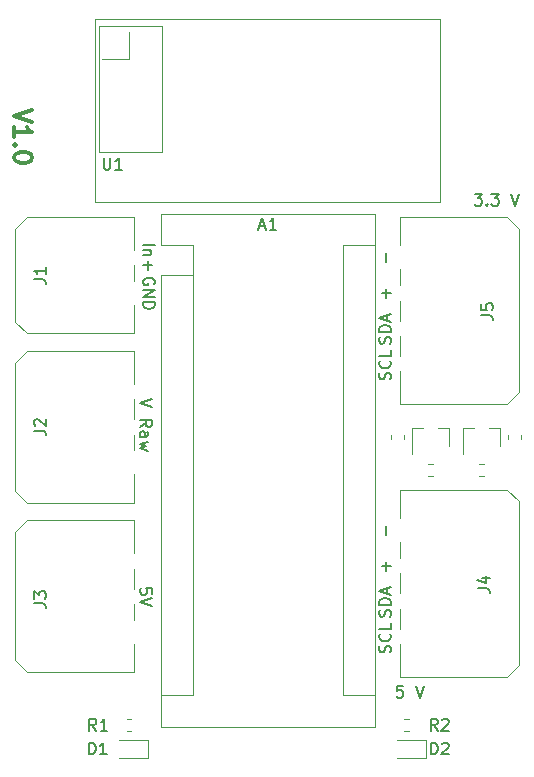
<source format=gbr>
G04 #@! TF.GenerationSoftware,KiCad,Pcbnew,(5.1.5)-3*
G04 #@! TF.CreationDate,2020-05-08T00:45:14-06:00*
G04 #@! TF.ProjectId,vibration,76696272-6174-4696-9f6e-2e6b69636164,rev?*
G04 #@! TF.SameCoordinates,Original*
G04 #@! TF.FileFunction,Legend,Top*
G04 #@! TF.FilePolarity,Positive*
%FSLAX46Y46*%
G04 Gerber Fmt 4.6, Leading zero omitted, Abs format (unit mm)*
G04 Created by KiCad (PCBNEW (5.1.5)-3) date 2020-05-08 00:45:14*
%MOMM*%
%LPD*%
G04 APERTURE LIST*
%ADD10C,0.300000*%
%ADD11C,0.150000*%
%ADD12C,0.120000*%
G04 APERTURE END LIST*
D10*
X62543428Y-94234285D02*
X61043428Y-94734285D01*
X62543428Y-95234285D01*
X61043428Y-96520000D02*
X61043428Y-95662857D01*
X61043428Y-96091428D02*
X62543428Y-96091428D01*
X62329142Y-95948571D01*
X62186285Y-95805714D01*
X62114857Y-95662857D01*
X61186285Y-97162857D02*
X61114857Y-97234285D01*
X61043428Y-97162857D01*
X61114857Y-97091428D01*
X61186285Y-97162857D01*
X61043428Y-97162857D01*
X62543428Y-98162857D02*
X62543428Y-98305714D01*
X62472000Y-98448571D01*
X62400571Y-98520000D01*
X62257714Y-98591428D01*
X61972000Y-98662857D01*
X61614857Y-98662857D01*
X61329142Y-98591428D01*
X61186285Y-98520000D01*
X61114857Y-98448571D01*
X61043428Y-98305714D01*
X61043428Y-98162857D01*
X61114857Y-98020000D01*
X61186285Y-97948571D01*
X61329142Y-97877142D01*
X61614857Y-97805714D01*
X61972000Y-97805714D01*
X62257714Y-97877142D01*
X62400571Y-97948571D01*
X62472000Y-98020000D01*
X62543428Y-98162857D01*
D11*
X72890000Y-108966095D02*
X72937619Y-108870857D01*
X72937619Y-108728000D01*
X72890000Y-108585142D01*
X72794761Y-108489904D01*
X72699523Y-108442285D01*
X72509047Y-108394666D01*
X72366190Y-108394666D01*
X72175714Y-108442285D01*
X72080476Y-108489904D01*
X71985238Y-108585142D01*
X71937619Y-108728000D01*
X71937619Y-108823238D01*
X71985238Y-108966095D01*
X72032857Y-109013714D01*
X72366190Y-109013714D01*
X72366190Y-108823238D01*
X71937619Y-109442285D02*
X72937619Y-109442285D01*
X71937619Y-110013714D01*
X72937619Y-110013714D01*
X71937619Y-110489904D02*
X72937619Y-110489904D01*
X72937619Y-110728000D01*
X72890000Y-110870857D01*
X72794761Y-110966095D01*
X72699523Y-111013714D01*
X72509047Y-111061333D01*
X72366190Y-111061333D01*
X72175714Y-111013714D01*
X72080476Y-110966095D01*
X71985238Y-110870857D01*
X71937619Y-110728000D01*
X71937619Y-110489904D01*
X71937619Y-105608571D02*
X72937619Y-105608571D01*
X72604285Y-106084761D02*
X71937619Y-106084761D01*
X72509047Y-106084761D02*
X72556666Y-106132380D01*
X72604285Y-106227619D01*
X72604285Y-106370476D01*
X72556666Y-106465714D01*
X72461428Y-106513333D01*
X71937619Y-106513333D01*
X72318571Y-106989523D02*
X72318571Y-107751428D01*
X71937619Y-107370476D02*
X72699523Y-107370476D01*
X72683619Y-118713523D02*
X71683619Y-119046857D01*
X72683619Y-119380190D01*
X71683619Y-121046857D02*
X72159809Y-120713523D01*
X71683619Y-120475428D02*
X72683619Y-120475428D01*
X72683619Y-120856380D01*
X72636000Y-120951619D01*
X72588380Y-120999238D01*
X72493142Y-121046857D01*
X72350285Y-121046857D01*
X72255047Y-120999238D01*
X72207428Y-120951619D01*
X72159809Y-120856380D01*
X72159809Y-120475428D01*
X71683619Y-121904000D02*
X72207428Y-121904000D01*
X72302666Y-121856380D01*
X72350285Y-121761142D01*
X72350285Y-121570666D01*
X72302666Y-121475428D01*
X71731238Y-121904000D02*
X71683619Y-121808761D01*
X71683619Y-121570666D01*
X71731238Y-121475428D01*
X71826476Y-121427809D01*
X71921714Y-121427809D01*
X72016952Y-121475428D01*
X72064571Y-121570666D01*
X72064571Y-121808761D01*
X72112190Y-121904000D01*
X72350285Y-122284952D02*
X71683619Y-122475428D01*
X72159809Y-122665904D01*
X71683619Y-122856380D01*
X72350285Y-123046857D01*
X72683619Y-135191523D02*
X72683619Y-134715333D01*
X72207428Y-134667714D01*
X72255047Y-134715333D01*
X72302666Y-134810571D01*
X72302666Y-135048666D01*
X72255047Y-135143904D01*
X72207428Y-135191523D01*
X72112190Y-135239142D01*
X71874095Y-135239142D01*
X71778857Y-135191523D01*
X71731238Y-135143904D01*
X71683619Y-135048666D01*
X71683619Y-134810571D01*
X71731238Y-134715333D01*
X71778857Y-134667714D01*
X72683619Y-135524857D02*
X71683619Y-135858190D01*
X72683619Y-136191523D01*
X92527428Y-130174952D02*
X92527428Y-129413047D01*
X92527428Y-133222952D02*
X92527428Y-132461047D01*
X92908380Y-132842000D02*
X92146476Y-132842000D01*
X92527428Y-107060952D02*
X92527428Y-106299047D01*
X92527428Y-110108952D02*
X92527428Y-109347047D01*
X92908380Y-109728000D02*
X92146476Y-109728000D01*
X92860761Y-117014476D02*
X92908380Y-116871619D01*
X92908380Y-116633523D01*
X92860761Y-116538285D01*
X92813142Y-116490666D01*
X92717904Y-116443047D01*
X92622666Y-116443047D01*
X92527428Y-116490666D01*
X92479809Y-116538285D01*
X92432190Y-116633523D01*
X92384571Y-116824000D01*
X92336952Y-116919238D01*
X92289333Y-116966857D01*
X92194095Y-117014476D01*
X92098857Y-117014476D01*
X92003619Y-116966857D01*
X91956000Y-116919238D01*
X91908380Y-116824000D01*
X91908380Y-116585904D01*
X91956000Y-116443047D01*
X92813142Y-115443047D02*
X92860761Y-115490666D01*
X92908380Y-115633523D01*
X92908380Y-115728761D01*
X92860761Y-115871619D01*
X92765523Y-115966857D01*
X92670285Y-116014476D01*
X92479809Y-116062095D01*
X92336952Y-116062095D01*
X92146476Y-116014476D01*
X92051238Y-115966857D01*
X91956000Y-115871619D01*
X91908380Y-115728761D01*
X91908380Y-115633523D01*
X91956000Y-115490666D01*
X92003619Y-115443047D01*
X92908380Y-114538285D02*
X92908380Y-115014476D01*
X91908380Y-115014476D01*
X92860761Y-113990285D02*
X92908380Y-113847428D01*
X92908380Y-113609333D01*
X92860761Y-113514095D01*
X92813142Y-113466476D01*
X92717904Y-113418857D01*
X92622666Y-113418857D01*
X92527428Y-113466476D01*
X92479809Y-113514095D01*
X92432190Y-113609333D01*
X92384571Y-113799809D01*
X92336952Y-113895047D01*
X92289333Y-113942666D01*
X92194095Y-113990285D01*
X92098857Y-113990285D01*
X92003619Y-113942666D01*
X91956000Y-113895047D01*
X91908380Y-113799809D01*
X91908380Y-113561714D01*
X91956000Y-113418857D01*
X92908380Y-112990285D02*
X91908380Y-112990285D01*
X91908380Y-112752190D01*
X91956000Y-112609333D01*
X92051238Y-112514095D01*
X92146476Y-112466476D01*
X92336952Y-112418857D01*
X92479809Y-112418857D01*
X92670285Y-112466476D01*
X92765523Y-112514095D01*
X92860761Y-112609333D01*
X92908380Y-112752190D01*
X92908380Y-112990285D01*
X92622666Y-112037904D02*
X92622666Y-111561714D01*
X92908380Y-112133142D02*
X91908380Y-111799809D01*
X92908380Y-111466476D01*
X92860761Y-140128476D02*
X92908380Y-139985619D01*
X92908380Y-139747523D01*
X92860761Y-139652285D01*
X92813142Y-139604666D01*
X92717904Y-139557047D01*
X92622666Y-139557047D01*
X92527428Y-139604666D01*
X92479809Y-139652285D01*
X92432190Y-139747523D01*
X92384571Y-139938000D01*
X92336952Y-140033238D01*
X92289333Y-140080857D01*
X92194095Y-140128476D01*
X92098857Y-140128476D01*
X92003619Y-140080857D01*
X91956000Y-140033238D01*
X91908380Y-139938000D01*
X91908380Y-139699904D01*
X91956000Y-139557047D01*
X92813142Y-138557047D02*
X92860761Y-138604666D01*
X92908380Y-138747523D01*
X92908380Y-138842761D01*
X92860761Y-138985619D01*
X92765523Y-139080857D01*
X92670285Y-139128476D01*
X92479809Y-139176095D01*
X92336952Y-139176095D01*
X92146476Y-139128476D01*
X92051238Y-139080857D01*
X91956000Y-138985619D01*
X91908380Y-138842761D01*
X91908380Y-138747523D01*
X91956000Y-138604666D01*
X92003619Y-138557047D01*
X92908380Y-137652285D02*
X92908380Y-138128476D01*
X91908380Y-138128476D01*
X92860761Y-137104285D02*
X92908380Y-136961428D01*
X92908380Y-136723333D01*
X92860761Y-136628095D01*
X92813142Y-136580476D01*
X92717904Y-136532857D01*
X92622666Y-136532857D01*
X92527428Y-136580476D01*
X92479809Y-136628095D01*
X92432190Y-136723333D01*
X92384571Y-136913809D01*
X92336952Y-137009047D01*
X92289333Y-137056666D01*
X92194095Y-137104285D01*
X92098857Y-137104285D01*
X92003619Y-137056666D01*
X91956000Y-137009047D01*
X91908380Y-136913809D01*
X91908380Y-136675714D01*
X91956000Y-136532857D01*
X92908380Y-136104285D02*
X91908380Y-136104285D01*
X91908380Y-135866190D01*
X91956000Y-135723333D01*
X92051238Y-135628095D01*
X92146476Y-135580476D01*
X92336952Y-135532857D01*
X92479809Y-135532857D01*
X92670285Y-135580476D01*
X92765523Y-135628095D01*
X92860761Y-135723333D01*
X92908380Y-135866190D01*
X92908380Y-136104285D01*
X92622666Y-135151904D02*
X92622666Y-134675714D01*
X92908380Y-135247142D02*
X91908380Y-134913809D01*
X92908380Y-134580476D01*
X93916571Y-142962380D02*
X93440380Y-142962380D01*
X93392761Y-143438571D01*
X93440380Y-143390952D01*
X93535619Y-143343333D01*
X93773714Y-143343333D01*
X93868952Y-143390952D01*
X93916571Y-143438571D01*
X93964190Y-143533809D01*
X93964190Y-143771904D01*
X93916571Y-143867142D01*
X93868952Y-143914761D01*
X93773714Y-143962380D01*
X93535619Y-143962380D01*
X93440380Y-143914761D01*
X93392761Y-143867142D01*
X95011809Y-142962380D02*
X95345142Y-143962380D01*
X95678476Y-142962380D01*
X99996857Y-101306380D02*
X100615904Y-101306380D01*
X100282571Y-101687333D01*
X100425428Y-101687333D01*
X100520666Y-101734952D01*
X100568285Y-101782571D01*
X100615904Y-101877809D01*
X100615904Y-102115904D01*
X100568285Y-102211142D01*
X100520666Y-102258761D01*
X100425428Y-102306380D01*
X100139714Y-102306380D01*
X100044476Y-102258761D01*
X99996857Y-102211142D01*
X101044476Y-102211142D02*
X101092095Y-102258761D01*
X101044476Y-102306380D01*
X100996857Y-102258761D01*
X101044476Y-102211142D01*
X101044476Y-102306380D01*
X101425428Y-101306380D02*
X102044476Y-101306380D01*
X101711142Y-101687333D01*
X101854000Y-101687333D01*
X101949238Y-101734952D01*
X101996857Y-101782571D01*
X102044476Y-101877809D01*
X102044476Y-102115904D01*
X101996857Y-102211142D01*
X101949238Y-102258761D01*
X101854000Y-102306380D01*
X101568285Y-102306380D01*
X101473047Y-102258761D01*
X101425428Y-102211142D01*
X103092095Y-101306380D02*
X103425428Y-102306380D01*
X103758761Y-101306380D01*
D12*
X76160000Y-108204000D02*
X76160000Y-105664000D01*
X76160000Y-105664000D02*
X73490000Y-105664000D01*
X73490000Y-108204000D02*
X73490000Y-146434000D01*
X73490000Y-102994000D02*
X73490000Y-105664000D01*
X88860000Y-105664000D02*
X91530000Y-105664000D01*
X88860000Y-105664000D02*
X88860000Y-143764000D01*
X88860000Y-143764000D02*
X91530000Y-143764000D01*
X76160000Y-108204000D02*
X73490000Y-108204000D01*
X76160000Y-108204000D02*
X76160000Y-143764000D01*
X76160000Y-143764000D02*
X73490000Y-143764000D01*
X73490000Y-146434000D02*
X91530000Y-146434000D01*
X91530000Y-146434000D02*
X91530000Y-102994000D01*
X91530000Y-102994000D02*
X73490000Y-102994000D01*
X69926000Y-149059000D02*
X72386000Y-149059000D01*
X72386000Y-149059000D02*
X72386000Y-147589000D01*
X72386000Y-147589000D02*
X69926000Y-147589000D01*
X95894000Y-147589000D02*
X93434000Y-147589000D01*
X95894000Y-149059000D02*
X95894000Y-147589000D01*
X93434000Y-149059000D02*
X95894000Y-149059000D01*
X71194000Y-113129000D02*
X62074000Y-113129000D01*
X62074000Y-113129000D02*
X61074000Y-112129000D01*
X61074000Y-112129000D02*
X61074000Y-104259000D01*
X61074000Y-104259000D02*
X62074000Y-103259000D01*
X62074000Y-103259000D02*
X71194000Y-103259000D01*
X71194000Y-113129000D02*
X71194000Y-110704000D01*
X71194000Y-103259000D02*
X71194000Y-106042233D01*
X71194000Y-108684000D02*
X71194000Y-107345767D01*
X70599733Y-145794000D02*
X70942267Y-145794000D01*
X70599733Y-146814000D02*
X70942267Y-146814000D01*
X68230000Y-87122000D02*
X73564000Y-87122000D01*
X73564000Y-87122000D02*
X73564000Y-97790000D01*
X73564000Y-97790000D02*
X68230000Y-97790000D01*
X68230000Y-97790000D02*
X68230000Y-97790000D01*
X70770000Y-87630000D02*
X70770000Y-89916000D01*
X70770000Y-89916000D02*
X68484000Y-89916000D01*
X68484000Y-89916000D02*
X68484000Y-89916000D01*
X67900000Y-86546000D02*
X97100000Y-86546000D01*
X97100000Y-86546000D02*
X97100000Y-101996000D01*
X97100000Y-101996000D02*
X67900000Y-101996000D01*
X67900000Y-101996000D02*
X67900000Y-86546000D01*
X67900000Y-86546000D02*
X67900000Y-86546000D01*
X68230000Y-97790000D02*
X68230000Y-87122000D01*
X68230000Y-87122000D02*
X68230000Y-87122000D01*
X94062733Y-145794000D02*
X94405267Y-145794000D01*
X94062733Y-146814000D02*
X94405267Y-146814000D01*
X71194000Y-127473000D02*
X62074000Y-127473000D01*
X62074000Y-127473000D02*
X61074000Y-126473000D01*
X61074000Y-126473000D02*
X61074000Y-115603000D01*
X61074000Y-115603000D02*
X62074000Y-114603000D01*
X62074000Y-114603000D02*
X71194000Y-114603000D01*
X71194000Y-127473000D02*
X71194000Y-125048000D01*
X71194000Y-114603000D02*
X71194000Y-117386233D01*
X71194000Y-123028000D02*
X71194000Y-121689767D01*
X71194000Y-120386233D02*
X71194000Y-118689767D01*
X71194000Y-134730233D02*
X71194000Y-133033767D01*
X71194000Y-137372000D02*
X71194000Y-136033767D01*
X71194000Y-128947000D02*
X71194000Y-131730233D01*
X71194000Y-141817000D02*
X71194000Y-139392000D01*
X62074000Y-128947000D02*
X71194000Y-128947000D01*
X61074000Y-129947000D02*
X62074000Y-128947000D01*
X61074000Y-140817000D02*
X61074000Y-129947000D01*
X62074000Y-141817000D02*
X61074000Y-140817000D01*
X71194000Y-141817000D02*
X62074000Y-141817000D01*
X93652000Y-126359000D02*
X102772000Y-126359000D01*
X102772000Y-126359000D02*
X103772000Y-127359000D01*
X103772000Y-127359000D02*
X103772000Y-141229000D01*
X103772000Y-141229000D02*
X102772000Y-142229000D01*
X102772000Y-142229000D02*
X93652000Y-142229000D01*
X93652000Y-126359000D02*
X93652000Y-128784000D01*
X93652000Y-142229000D02*
X93652000Y-139445767D01*
X93652000Y-130804000D02*
X93652000Y-132142233D01*
X93652000Y-133445767D02*
X93652000Y-135142233D01*
X93652000Y-136445767D02*
X93652000Y-138142233D01*
X93652000Y-113345767D02*
X93652000Y-115042233D01*
X93652000Y-110345767D02*
X93652000Y-112042233D01*
X93652000Y-107704000D02*
X93652000Y-109042233D01*
X93652000Y-119129000D02*
X93652000Y-116345767D01*
X93652000Y-103259000D02*
X93652000Y-105684000D01*
X102772000Y-119129000D02*
X93652000Y-119129000D01*
X103772000Y-118129000D02*
X102772000Y-119129000D01*
X103772000Y-104259000D02*
X103772000Y-118129000D01*
X102772000Y-103259000D02*
X103772000Y-104259000D01*
X93652000Y-103259000D02*
X102772000Y-103259000D01*
X97846000Y-121160000D02*
X96916000Y-121160000D01*
X94686000Y-121160000D02*
X95616000Y-121160000D01*
X94686000Y-121160000D02*
X94686000Y-123320000D01*
X97846000Y-121160000D02*
X97846000Y-122620000D01*
X102164000Y-121160000D02*
X102164000Y-122620000D01*
X99004000Y-121160000D02*
X99004000Y-123320000D01*
X99004000Y-121160000D02*
X99934000Y-121160000D01*
X102164000Y-121160000D02*
X101234000Y-121160000D01*
X93982000Y-122091267D02*
X93982000Y-121748733D01*
X92962000Y-122091267D02*
X92962000Y-121748733D01*
X103888000Y-122091267D02*
X103888000Y-121748733D01*
X102868000Y-122091267D02*
X102868000Y-121748733D01*
X96094733Y-124204000D02*
X96437267Y-124204000D01*
X96094733Y-125224000D02*
X96437267Y-125224000D01*
X100412733Y-124204000D02*
X100755267Y-124204000D01*
X100412733Y-125224000D02*
X100755267Y-125224000D01*
D11*
X81795714Y-104052666D02*
X82271904Y-104052666D01*
X81700476Y-104338380D02*
X82033809Y-103338380D01*
X82367142Y-104338380D01*
X83224285Y-104338380D02*
X82652857Y-104338380D01*
X82938571Y-104338380D02*
X82938571Y-103338380D01*
X82843333Y-103481238D01*
X82748095Y-103576476D01*
X82652857Y-103624095D01*
X67333904Y-148776380D02*
X67333904Y-147776380D01*
X67572000Y-147776380D01*
X67714857Y-147824000D01*
X67810095Y-147919238D01*
X67857714Y-148014476D01*
X67905333Y-148204952D01*
X67905333Y-148347809D01*
X67857714Y-148538285D01*
X67810095Y-148633523D01*
X67714857Y-148728761D01*
X67572000Y-148776380D01*
X67333904Y-148776380D01*
X68857714Y-148776380D02*
X68286285Y-148776380D01*
X68572000Y-148776380D02*
X68572000Y-147776380D01*
X68476761Y-147919238D01*
X68381523Y-148014476D01*
X68286285Y-148062095D01*
X96289904Y-148776380D02*
X96289904Y-147776380D01*
X96528000Y-147776380D01*
X96670857Y-147824000D01*
X96766095Y-147919238D01*
X96813714Y-148014476D01*
X96861333Y-148204952D01*
X96861333Y-148347809D01*
X96813714Y-148538285D01*
X96766095Y-148633523D01*
X96670857Y-148728761D01*
X96528000Y-148776380D01*
X96289904Y-148776380D01*
X97242285Y-147871619D02*
X97289904Y-147824000D01*
X97385142Y-147776380D01*
X97623238Y-147776380D01*
X97718476Y-147824000D01*
X97766095Y-147871619D01*
X97813714Y-147966857D01*
X97813714Y-148062095D01*
X97766095Y-148204952D01*
X97194666Y-148776380D01*
X97813714Y-148776380D01*
X62698380Y-108537333D02*
X63412666Y-108537333D01*
X63555523Y-108584952D01*
X63650761Y-108680190D01*
X63698380Y-108823047D01*
X63698380Y-108918285D01*
X63698380Y-107537333D02*
X63698380Y-108108761D01*
X63698380Y-107823047D02*
X62698380Y-107823047D01*
X62841238Y-107918285D01*
X62936476Y-108013523D01*
X62984095Y-108108761D01*
X67950333Y-146756380D02*
X67617000Y-146280190D01*
X67378904Y-146756380D02*
X67378904Y-145756380D01*
X67759857Y-145756380D01*
X67855095Y-145804000D01*
X67902714Y-145851619D01*
X67950333Y-145946857D01*
X67950333Y-146089714D01*
X67902714Y-146184952D01*
X67855095Y-146232571D01*
X67759857Y-146280190D01*
X67378904Y-146280190D01*
X68902714Y-146756380D02*
X68331285Y-146756380D01*
X68617000Y-146756380D02*
X68617000Y-145756380D01*
X68521761Y-145899238D01*
X68426523Y-145994476D01*
X68331285Y-146042095D01*
X68580095Y-98258380D02*
X68580095Y-99067904D01*
X68627714Y-99163142D01*
X68675333Y-99210761D01*
X68770571Y-99258380D01*
X68961047Y-99258380D01*
X69056285Y-99210761D01*
X69103904Y-99163142D01*
X69151523Y-99067904D01*
X69151523Y-98258380D01*
X70151523Y-99258380D02*
X69580095Y-99258380D01*
X69865809Y-99258380D02*
X69865809Y-98258380D01*
X69770571Y-98401238D01*
X69675333Y-98496476D01*
X69580095Y-98544095D01*
X96861333Y-146756380D02*
X96528000Y-146280190D01*
X96289904Y-146756380D02*
X96289904Y-145756380D01*
X96670857Y-145756380D01*
X96766095Y-145804000D01*
X96813714Y-145851619D01*
X96861333Y-145946857D01*
X96861333Y-146089714D01*
X96813714Y-146184952D01*
X96766095Y-146232571D01*
X96670857Y-146280190D01*
X96289904Y-146280190D01*
X97242285Y-145851619D02*
X97289904Y-145804000D01*
X97385142Y-145756380D01*
X97623238Y-145756380D01*
X97718476Y-145804000D01*
X97766095Y-145851619D01*
X97813714Y-145946857D01*
X97813714Y-146042095D01*
X97766095Y-146184952D01*
X97194666Y-146756380D01*
X97813714Y-146756380D01*
X62698380Y-121371333D02*
X63412666Y-121371333D01*
X63555523Y-121418952D01*
X63650761Y-121514190D01*
X63698380Y-121657047D01*
X63698380Y-121752285D01*
X62793619Y-120942761D02*
X62746000Y-120895142D01*
X62698380Y-120799904D01*
X62698380Y-120561809D01*
X62746000Y-120466571D01*
X62793619Y-120418952D01*
X62888857Y-120371333D01*
X62984095Y-120371333D01*
X63126952Y-120418952D01*
X63698380Y-120990380D01*
X63698380Y-120371333D01*
X62698380Y-135969333D02*
X63412666Y-135969333D01*
X63555523Y-136016952D01*
X63650761Y-136112190D01*
X63698380Y-136255047D01*
X63698380Y-136350285D01*
X62698380Y-135588380D02*
X62698380Y-134969333D01*
X63079333Y-135302666D01*
X63079333Y-135159809D01*
X63126952Y-135064571D01*
X63174571Y-135016952D01*
X63269809Y-134969333D01*
X63507904Y-134969333D01*
X63603142Y-135016952D01*
X63650761Y-135064571D01*
X63698380Y-135159809D01*
X63698380Y-135445523D01*
X63650761Y-135540761D01*
X63603142Y-135588380D01*
X100290380Y-134699333D02*
X101004666Y-134699333D01*
X101147523Y-134746952D01*
X101242761Y-134842190D01*
X101290380Y-134985047D01*
X101290380Y-135080285D01*
X100623714Y-133794571D02*
X101290380Y-133794571D01*
X100242761Y-134032666D02*
X100957047Y-134270761D01*
X100957047Y-133651714D01*
X100544380Y-111585333D02*
X101258666Y-111585333D01*
X101401523Y-111632952D01*
X101496761Y-111728190D01*
X101544380Y-111871047D01*
X101544380Y-111966285D01*
X100544380Y-110632952D02*
X100544380Y-111109142D01*
X101020571Y-111156761D01*
X100972952Y-111109142D01*
X100925333Y-111013904D01*
X100925333Y-110775809D01*
X100972952Y-110680571D01*
X101020571Y-110632952D01*
X101115809Y-110585333D01*
X101353904Y-110585333D01*
X101449142Y-110632952D01*
X101496761Y-110680571D01*
X101544380Y-110775809D01*
X101544380Y-111013904D01*
X101496761Y-111109142D01*
X101449142Y-111156761D01*
M02*

</source>
